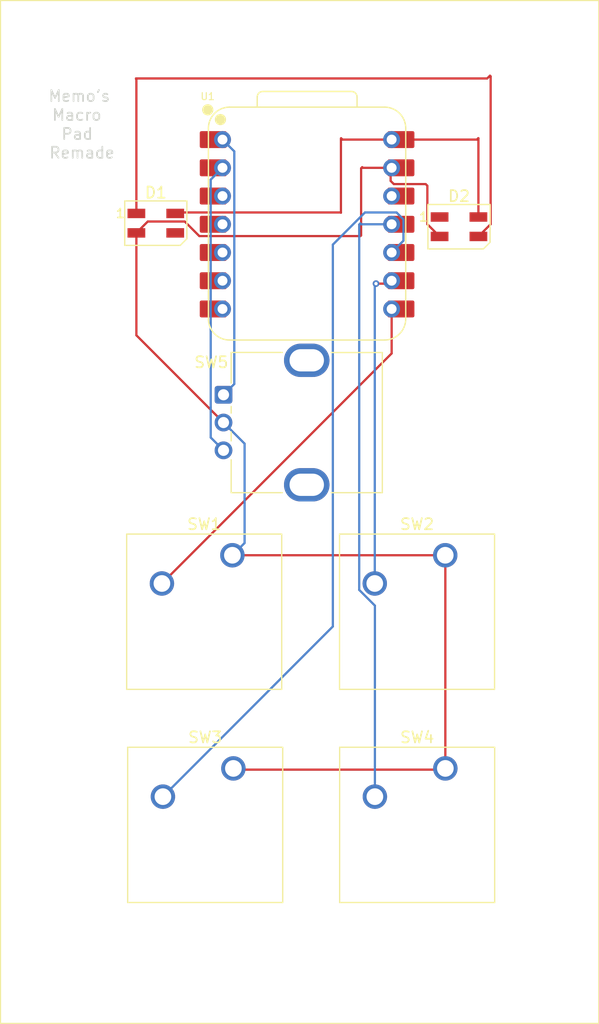
<source format=kicad_pcb>
(kicad_pcb (version 20241229) (generator "pcbnew") (generator_version "9.0")
  (layers (0 "F.Cu" signal) (2 "B.Cu" signal) (13 "F.Paste" user) (15 "B.Paste" user) (5 "F.SilkS" user "F.Silkscreen") (7 "B.SilkS" user "B.Silkscreen") (1 "F.Mask" user) (3 "B.Mask" user) (25 "Edge.Cuts" user))
  (net 0 "")
  (net 1 "GND")
  (net 2 "+5V")
  (net 3 "Net-(D1-DOUT)")
  (net 4 "Net-(D1-DIN)")
  (net 6 "Net-(U1-GPIO1{slash}RX)")
  (net 7 "Net-(U1-GPIO2{slash}SCK)")
  (net 8 "Net-(U1-GPIO4{slash}MISO)")
  (net 9 "Net-(U1-GPIO3{slash}MOSI)")
  (net 14 "Net-(U1-GPIO26{slash}ADC0{slash}A0)")
  (net 16 "Net-(U1-GPIO27{slash}ADC1{slash}A1)")
  (footprint "Rotary_Encoder:RotaryEncoder_Bourns_Vertical_PEC12R-3x17F-Nxxxx" (layer "F.Cu") (at 153.81 76.72)
    (property "Reference" "SW5" (at -1.1 -2.92 180) (layer "F.SilkS"))
    (property "Value" "RotaryEncoder")
    (fp_line (start 0.69 -3.81) (end 5.3 -3.81) (stroke (width 0.12)) (layer "F.SilkS"))
    (fp_line (start 0.69 -1.05) (end 0.69 -3.81) (stroke (width 0.12)) (layer "F.SilkS"))
    (fp_line (start 0.69 1.05) (end 0.69 1.65) (stroke (width 0.12)) (layer "F.SilkS"))
    (fp_line (start 0.69 3.35) (end 0.69 4.15) (stroke (width 0.12)) (layer "F.SilkS"))
    (fp_line (start 0.69 5.85) (end 0.69 8.81) (stroke (width 0.12)) (layer "F.SilkS"))
    (fp_line (start 5.3 8.81) (end 0.69 8.81) (stroke (width 0.12)) (layer "F.SilkS"))
    (fp_line (start 9.7 -3.8) (end 14.31 -3.8) (stroke (width 0.12)) (layer "F.SilkS"))
    (fp_line (start 14.31 -3.8) (end 14.31 8.81) (stroke (width 0.12)) (layer "F.SilkS"))
    (fp_line (start 14.31 8.81) (end 9.7 8.81) (stroke (width 0.12)) (layer "F.SilkS"))
    (pad "A" thru_hole roundrect (at 0 0) (size 1.6 1.6) (drill 1) (layers "*.Cu" "*.Mask") (roundrect_rratio 0.15625) (net 14 "Net-(U1-GPIO26{slash}ADC0{slash}A0)"))
    (pad "B" thru_hole circle (at 0 5) (size 1.6 1.6) (drill 1) (layers "*.Cu" "*.Mask") (net 16 "Net-(U1-GPIO27{slash}ADC1{slash}A1)"))
    (pad "C" thru_hole circle (at 0 2.5) (size 1.6 1.6) (drill 1) (layers "*.Cu" "*.Mask") (net 1 "GND"))
    (pad "SH" thru_hole oval (at 7.5 -3.1) (size 4.1 3) (drill oval 3.1 2) (layers "*.Cu" "*.Mask"))
    (pad "SH" thru_hole oval (at 7.5 8.1) (size 4.1 3) (drill oval 3.1 2) (layers "*.Cu" "*.Mask"))
  )
  (footprint "Button_Switch_Keyboard:SW_Cherry_MX_1.00u_PCB" (layer "F.Cu") (at 154.61 91.16)
    (property "Reference" "SW1" (at -2.54 -2.794 0) (layer "F.SilkS"))
    (property "Value" "SW_Push")
    (fp_line (start -9.525 -1.905) (end 4.445 -1.905) (stroke (width 0.12)) (layer "F.SilkS"))
    (fp_line (start -9.525 12.065) (end -9.525 -1.905) (stroke (width 0.12)) (layer "F.SilkS"))
    (fp_line (start 4.445 -1.905) (end 4.445 12.065) (stroke (width 0.12)) (layer "F.SilkS"))
    (fp_line (start 4.445 12.065) (end -9.525 12.065) (stroke (width 0.12)) (layer "F.SilkS"))
    (pad "" np_thru_hole circle (at -7.62 5.08) (size 1.7 1.7) (drill 1.7) (layers "*.Cu" "*.Mask"))
    (pad "" np_thru_hole circle (at -2.54 5.08) (size 4 4) (drill 4) (layers "*.Cu" "*.Mask"))
    (pad "" np_thru_hole circle (at 2.54 5.08) (size 1.7 1.7) (drill 1.7) (layers "*.Cu" "*.Mask"))
    (pad "1" thru_hole circle (at 0 0) (size 2.2 2.2) (drill 1.5) (layers "*.Cu" "*.Mask") (net 1 "GND"))
    (pad "2" thru_hole circle (at -6.35 2.54) (size 2.2 2.2) (drill 1.5) (layers "*.Cu" "*.Mask") (net 6 "Net-(U1-GPIO1{slash}RX)"))
  )
  (footprint "Button_Switch_Keyboard:SW_Cherry_MX_1.00u_PCB" (layer "F.Cu") (at 154.7 110.34)
    (property "Reference" "SW3" (at -2.54 -2.794 0) (layer "F.SilkS"))
    (property "Value" "SW_Push")
    (fp_line (start -9.525 -1.905) (end 4.445 -1.905) (stroke (width 0.12)) (layer "F.SilkS"))
    (fp_line (start -9.525 12.065) (end -9.525 -1.905) (stroke (width 0.12)) (layer "F.SilkS"))
    (fp_line (start 4.445 -1.905) (end 4.445 12.065) (stroke (width 0.12)) (layer "F.SilkS"))
    (fp_line (start 4.445 12.065) (end -9.525 12.065) (stroke (width 0.12)) (layer "F.SilkS"))
    (pad "" np_thru_hole circle (at -7.62 5.08) (size 1.7 1.7) (drill 1.7) (layers "*.Cu" "*.Mask"))
    (pad "" np_thru_hole circle (at -2.54 5.08) (size 4 4) (drill 4) (layers "*.Cu" "*.Mask"))
    (pad "" np_thru_hole circle (at 2.54 5.08) (size 1.7 1.7) (drill 1.7) (layers "*.Cu" "*.Mask"))
    (pad "1" thru_hole circle (at 0 0) (size 2.2 2.2) (drill 1.5) (layers "*.Cu" "*.Mask") (net 1 "GND"))
    (pad "2" thru_hole circle (at -6.35 2.54) (size 2.2 2.2) (drill 1.5) (layers "*.Cu" "*.Mask") (net 8 "Net-(U1-GPIO4{slash}MISO)"))
  )
  (footprint "LED_SMD:LED_SK6812MINI_PLCC4_3.5x3.5mm_P1.75mm" (layer "F.Cu") (at 147.71 61.28)
    (property "Reference" "D1" (at 0 -2.75 0) (layer "F.SilkS"))
    (property "Value" "SK6812MINI")
    (fp_line (start -2.8 -2) (end -2.8 2) (stroke (width 0.12)) (layer "F.SilkS"))
    (fp_line (start -2.8 -2) (end 2.8 -2) (stroke (width 0.12)) (layer "F.SilkS"))
    (fp_line (start -2.8 2) (end 2.2 2) (stroke (width 0.12)) (layer "F.SilkS"))
    (fp_line (start 2.8 1.4) (end 2.2 2) (stroke (width 0.12)) (layer "F.SilkS"))
    (fp_line (start 2.8 1.4) (end 2.8 -2) (stroke (width 0.12)) (layer "F.SilkS"))
    (fp_text user "1" (at -3.2 -0.875 0) (layer "F.SilkS") (effects (font (size 0.8 0.8))))
    (pad "1" smd rect (at -1.75 -0.875) (size 1.6 0.85) (layers "F.Cu" "F.Mask" "F.Paste") (net 3 "Net-(D1-DOUT)"))
    (pad "2" smd rect (at -1.75 0.875) (size 1.6 0.85) (layers "F.Cu" "F.Mask" "F.Paste") (net 1 "GND"))
    (pad "3" smd rect (at 1.75 0.875) (size 1.6 0.85) (layers "F.Cu" "F.Mask" "F.Paste") (net 4 "Net-(D1-DIN)"))
    (pad "4" smd rect (at 1.75 -0.875) (size 1.6 0.85) (layers "F.Cu" "F.Mask" "F.Paste") (net 2 "+5V"))
  )
  (footprint "Library:XIAO-RP2040-DIP" (layer "F.Cu") (at 161.34 61.38)
    (property "Reference" "U1" (at -8.96 -11.5 0) (layer "F.SilkS") (effects (font (size 0.635 0.635) (thickness 0.1016))))
    (property "Value" "XIAO-RP2040-DIP")
    (fp_line (start -8.89 8.509) (end -8.89 -8.636) (stroke (width 0.127)) (layer "F.SilkS"))
    (fp_line (start -6.985 10.414) (end 6.985 10.414) (stroke (width 0.127)) (layer "F.SilkS"))
    (fp_line (start -4.495 -10.541) (end -4.491272 -11.451272) (stroke (width 0.127)) (layer "F.SilkS"))
    (fp_line (start -3.991272 -11.951) (end 4.004 -11.951) (stroke (width 0.127)) (layer "F.SilkS"))
    (fp_line (start 4.504 -11.451) (end 4.504 -10.541) (stroke (width 0.127)) (layer "F.SilkS"))
    (fp_line (start 6.985 -10.541) (end -6.985 -10.541) (stroke (width 0.1)) (layer "F.SilkS"))
    (fp_line (start 6.985 -10.541) (end -6.985 -10.541) (stroke (width 0.127)) (layer "F.SilkS"))
    (fp_line (start 8.89 8.509) (end 8.89 -8.636) (stroke (width 0.127)) (layer "F.SilkS"))
    (fp_arc (start -8.89 -8.636) (mid -8.332038 -9.983038) (end -6.985 -10.541) (stroke (width 0.127)) (layer "F.SilkS"))
    (fp_arc (start -6.985 10.414) (mid -8.332038 9.856038) (end -8.89 8.509) (stroke (width 0.127)) (layer "F.SilkS"))
    (fp_arc (start -4.491272 -11.451272) (mid -4.344728 -11.80464) (end -3.991272 -11.951) (stroke (width 0.127)) (layer "F.SilkS"))
    (fp_arc (start 4.004 -11.951) (mid 4.357553 -11.804553) (end 4.504 -11.451) (stroke (width 0.127)) (layer "F.SilkS"))
    (fp_arc (start 6.985 -10.541) (mid 8.332038 -9.983038) (end 8.89 -8.636) (stroke (width 0.127)) (layer "F.SilkS"))
    (fp_arc (start 8.89 8.509) (mid 8.332038 9.856038) (end 6.985 10.414) (stroke (width 0.127)) (layer "F.SilkS"))
    (fp_circle (center -8.95 -10.3) (end -8.95 -10.554) (stroke (width 0.5)) (fill yes) (layer "F.SilkS"))
    (fp_circle (center -7.807 -9.42) (end -7.807 -9.674) (stroke (width 0.5)) (fill yes) (layer "F.SilkS"))
    (pad "1" smd roundrect (at -8.455 -7.62 180) (size 2.432 1.524) (layers "F.Cu" "F.Mask") (roundrect_rratio 0.1) (net 14 "Net-(U1-GPIO26{slash}ADC0{slash}A0)"))
    (pad "1" thru_hole circle (at -7.62 -7.62 180) (size 1.524 1.524) (drill 0.889) (layers "*.Cu" "*.Mask") (net 14 "Net-(U1-GPIO26{slash}ADC0{slash}A0)"))
    (pad "2" smd roundrect (at -8.455 -5.08 180) (size 2.432 1.524) (layers "F.Cu" "F.Mask") (roundrect_rratio 0.1) (net 16 "Net-(U1-GPIO27{slash}ADC1{slash}A1)"))
    (pad "2" thru_hole circle (at -7.62 -5.08 180) (size 1.524 1.524) (drill 0.889) (layers "*.Cu" "*.Mask") (net 16 "Net-(U1-GPIO27{slash}ADC1{slash}A1)"))
    (pad "3" smd roundrect (at -8.455 -2.54 180) (size 2.432 1.524) (layers "F.Cu" "F.Mask") (roundrect_rratio 0.1))
    (pad "3" thru_hole circle (at -7.62 -2.54 180) (size 1.524 1.524) (drill 0.889) (layers "*.Cu" "*.Mask"))
    (pad "4" smd roundrect (at -8.455 0 180) (size 2.432 1.524) (layers "F.Cu" "F.Mask") (roundrect_rratio 0.1))
    (pad "4" thru_hole circle (at -7.62 0 180) (size 1.524 1.524) (drill 0.889) (layers "*.Cu" "*.Mask"))
    (pad "5" smd roundrect (at -8.455 2.54 180) (size 2.432 1.524) (layers "F.Cu" "F.Mask") (roundrect_rratio 0.1) (net 4 "Net-(D1-DIN)"))
    (pad "5" thru_hole circle (at -7.62 2.54 180) (size 1.524 1.524) (drill 0.889) (layers "*.Cu" "*.Mask") (net 4 "Net-(D1-DIN)"))
    (pad "6" smd roundrect (at -8.455 5.08 180) (size 2.432 1.524) (layers "F.Cu" "F.Mask") (roundrect_rratio 0.1))
    (pad "6" thru_hole circle (at -7.62 5.08 180) (size 1.524 1.524) (drill 0.889) (layers "*.Cu" "*.Mask"))
    (pad "7" smd roundrect (at -8.455 7.62 180) (size 2.432 1.524) (layers "F.Cu" "F.Mask") (roundrect_rratio 0.1))
    (pad "7" thru_hole circle (at -7.62 7.62 180) (size 1.524 1.524) (drill 0.889) (layers "*.Cu" "*.Mask"))
    (pad "8" thru_hole circle (at 7.62 7.62) (size 1.524 1.524) (drill 0.889) (layers "*.Cu" "*.Mask") (net 6 "Net-(U1-GPIO1{slash}RX)"))
    (pad "8" smd roundrect (at 8.455 7.62) (size 2.432 1.524) (layers "F.Cu" "F.Mask") (roundrect_rratio 0.1) (net 6 "Net-(U1-GPIO1{slash}RX)"))
    (pad "9" thru_hole circle (at 7.62 5.08) (size 1.524 1.524) (drill 0.889) (layers "*.Cu" "*.Mask") (net 7 "Net-(U1-GPIO2{slash}SCK)"))
    (pad "9" smd roundrect (at 8.455 5.08) (size 2.432 1.524) (layers "F.Cu" "F.Mask") (roundrect_rratio 0.1) (net 7 "Net-(U1-GPIO2{slash}SCK)"))
    (pad "10" thru_hole circle (at 7.62 2.54) (size 1.524 1.524) (drill 0.889) (layers "*.Cu" "*.Mask") (net 8 "Net-(U1-GPIO4{slash}MISO)"))
    (pad "10" smd roundrect (at 8.455 2.54) (size 2.432 1.524) (layers "F.Cu" "F.Mask") (roundrect_rratio 0.1) (net 8 "Net-(U1-GPIO4{slash}MISO)"))
    (pad "11" thru_hole circle (at 7.62 0) (size 1.524 1.524) (drill 0.889) (layers "*.Cu" "*.Mask") (net 9 "Net-(U1-GPIO3{slash}MOSI)"))
    (pad "11" smd roundrect (at 8.455 0) (size 2.432 1.524) (layers "F.Cu" "F.Mask") (roundrect_rratio 0.1) (net 9 "Net-(U1-GPIO3{slash}MOSI)"))
    (pad "12" thru_hole circle (at 7.62 -2.54) (size 1.524 1.524) (drill 0.889) (layers "*.Cu" "*.Mask"))
    (pad "12" smd roundrect (at 8.455 -2.54) (size 2.432 1.524) (layers "F.Cu" "F.Mask") (roundrect_rratio 0.1))
    (pad "13" thru_hole circle (at 7.62 -5.08) (size 1.524 1.524) (drill 0.889) (layers "*.Cu" "*.Mask") (net 1 "GND"))
    (pad "13" smd roundrect (at 8.455 -5.08) (size 2.432 1.524) (layers "F.Cu" "F.Mask") (roundrect_rratio 0.1) (net 1 "GND"))
    (pad "14" thru_hole circle (at 7.62 -7.62) (size 1.524 1.524) (drill 0.889) (layers "*.Cu" "*.Mask") (net 2 "+5V"))
    (pad "14" smd roundrect (at 8.455 -7.62) (size 2.432 1.524) (layers "F.Cu" "F.Mask") (roundrect_rratio 0.1) (net 2 "+5V"))
  )
  (footprint "LED_SMD:LED_SK6812MINI_PLCC4_3.5x3.5mm_P1.75mm" (layer "F.Cu") (at 175.03 61.6)
    (property "Reference" "D2" (at 0 -2.75 0) (layer "F.SilkS"))
    (property "Value" "SK6812MINI")
    (fp_line (start -2.8 -2) (end -2.8 2) (stroke (width 0.12)) (layer "F.SilkS"))
    (fp_line (start -2.8 -2) (end 2.8 -2) (stroke (width 0.12)) (layer "F.SilkS"))
    (fp_line (start -2.8 2) (end 2.2 2) (stroke (width 0.12)) (layer "F.SilkS"))
    (fp_line (start 2.8 1.4) (end 2.2 2) (stroke (width 0.12)) (layer "F.SilkS"))
    (fp_line (start 2.8 1.4) (end 2.8 -2) (stroke (width 0.12)) (layer "F.SilkS"))
    (fp_text user "1" (at -3.2 -0.875 0) (layer "F.SilkS") (effects (font (size 0.8 0.8))))
    (pad "1" smd rect (at -1.75 -0.875) (size 1.6 0.85) (layers "F.Cu" "F.Mask" "F.Paste"))
    (pad "2" smd rect (at -1.75 0.875) (size 1.6 0.85) (layers "F.Cu" "F.Mask" "F.Paste") (net 1 "GND"))
    (pad "3" smd rect (at 1.75 0.875) (size 1.6 0.85) (layers "F.Cu" "F.Mask" "F.Paste") (net 3 "Net-(D1-DOUT)"))
    (pad "4" smd rect (at 1.75 -0.875) (size 1.6 0.85) (layers "F.Cu" "F.Mask" "F.Paste") (net 2 "+5V"))
  )
  (footprint "Button_Switch_Keyboard:SW_Cherry_MX_1.00u_PCB" (layer "F.Cu") (at 173.8 110.34)
    (property "Reference" "SW4" (at -2.54 -2.794 0) (layer "F.SilkS"))
    (property "Value" "SW_Push")
    (fp_line (start -9.525 -1.905) (end 4.445 -1.905) (stroke (width 0.12)) (layer "F.SilkS"))
    (fp_line (start -9.525 12.065) (end -9.525 -1.905) (stroke (width 0.12)) (layer "F.SilkS"))
    (fp_line (start 4.445 -1.905) (end 4.445 12.065) (stroke (width 0.12)) (layer "F.SilkS"))
    (fp_line (start 4.445 12.065) (end -9.525 12.065) (stroke (width 0.12)) (layer "F.SilkS"))
    (pad "" np_thru_hole circle (at -7.62 5.08) (size 1.7 1.7) (drill 1.7) (layers "*.Cu" "*.Mask"))
    (pad "" np_thru_hole circle (at -2.54 5.08) (size 4 4) (drill 4) (layers "*.Cu" "*.Mask"))
    (pad "" np_thru_hole circle (at 2.54 5.08) (size 1.7 1.7) (drill 1.7) (layers "*.Cu" "*.Mask"))
    (pad "1" thru_hole circle (at 0 0) (size 2.2 2.2) (drill 1.5) (layers "*.Cu" "*.Mask") (net 1 "GND"))
    (pad "2" thru_hole circle (at -6.35 2.54) (size 2.2 2.2) (drill 1.5) (layers "*.Cu" "*.Mask") (net 9 "Net-(U1-GPIO3{slash}MOSI)"))
  )
  (footprint "Button_Switch_Keyboard:SW_Cherry_MX_1.00u_PCB" (layer "F.Cu") (at 173.79 91.16)
    (property "Reference" "SW2" (at -2.54 -2.794 0) (layer "F.SilkS"))
    (property "Value" "SW_Push")
    (fp_line (start -9.525 -1.905) (end 4.445 -1.905) (stroke (width 0.12)) (layer "F.SilkS"))
    (fp_line (start -9.525 12.065) (end -9.525 -1.905) (stroke (width 0.12)) (layer "F.SilkS"))
    (fp_line (start 4.445 -1.905) (end 4.445 12.065) (stroke (width 0.12)) (layer "F.SilkS"))
    (fp_line (start 4.445 12.065) (end -9.525 12.065) (stroke (width 0.12)) (layer "F.SilkS"))
    (pad "" np_thru_hole circle (at -7.62 5.08) (size 1.7 1.7) (drill 1.7) (layers "*.Cu" "*.Mask"))
    (pad "" np_thru_hole circle (at -2.54 5.08) (size 4 4) (drill 4) (layers "*.Cu" "*.Mask"))
    (pad "" np_thru_hole circle (at 2.54 5.08) (size 1.7 1.7) (drill 1.7) (layers "*.Cu" "*.Mask"))
    (pad "1" thru_hole circle (at 0 0) (size 2.2 2.2) (drill 1.5) (layers "*.Cu" "*.Mask") (net 1 "GND"))
    (pad "2" thru_hole circle (at -6.35 2.54) (size 2.2 2.2) (drill 1.5) (layers "*.Cu" "*.Mask") (net 7 "Net-(U1-GPIO2{slash}SCK)"))
  )
  (gr_rect (start 133.72 41.25) (end 187.62 133.28) (stroke (width 0.1)) (fill no) (layer "F.SilkS"))
  (gr_text "Remade" (at 138.03 55.53 0) (layer "Edge.Cuts") (effects (font (size 1 1)) (justify left bottom)))
  (gr_text "Pad" (at 139.12 53.84 0) (layer "Edge.Cuts") (effects (font (size 1 1)) (justify left bottom)))
  (gr_text "Macro" (at 138.28 52.13 0) (layer "Edge.Cuts") (effects (font (size 1 1)) (justify left bottom)))
  (gr_text "Memo's" (at 137.96 50.43 0) (layer "Edge.Cuts") (effects (font (size 1 1)) (justify left bottom)))
  (segment (start 166.31 56.24) (end 166.37 56.3) (width 0.2) (layer "F.Cu") (net 1))
  (segment (start 172.179 57.915) (end 172.028 57.764) (width 0.2) (layer "F.Cu") (net 1))
  (segment (start 172.028 57.764) (end 169.1569 57.764) (width 0.2) (layer "F.Cu") (net 1))
  (segment (start 173.8 91.17) (end 173.79 91.16) (width 0.2) (layer "F.Cu") (net 1))
  (segment (start 173.28 62.475) (end 172.179 61.374) (width 0.2) (layer "F.Cu") (net 1))
  (segment (start 166.37 56.3) (end 168.96 56.3) (width 0.2) (layer "F.Cu") (net 1))
  (segment (start 173.74 110.4) (end 173.74 110.45) (width 0.2) (layer "F.Cu") (net 1))
  (segment (start 150.317374 61.131) (end 151.629374 62.443) (width 0.2) (layer "F.Cu") (net 1))
  (segment (start 154.61 91.16) (end 173.79 91.16) (width 0.2) (layer "F.Cu") (net 1))
  (segment (start 146.984 61.131) (end 150.317374 61.131) (width 0.2) (layer "F.Cu") (net 1))
  (segment (start 172.179 61.374) (end 172.179 57.915) (width 0.2) (layer "F.Cu") (net 1))
  (segment (start 153.81 79.22) (end 145.96 71.37) (width 0.2) (layer "F.Cu") (net 1))
  (segment (start 168.869 57.4761) (end 168.869 56.391) (width 0.2) (layer "F.Cu") (net 1))
  (segment (start 173.8 110.34) (end 173.8 91.17) (width 0.2) (layer "F.Cu") (net 1))
  (segment (start 154.81 110.45) (end 154.7 110.34) (width 0.2) (layer "F.Cu") (net 1))
  (segment (start 166.21 62.38) (end 166.21 56.34) (width 0.2) (layer "F.Cu") (net 1))
  (segment (start 145.96 71.37) (end 145.96 62.155) (width 0.2) (layer "F.Cu") (net 1))
  (segment (start 169.1569 57.764) (end 168.869 57.4761) (width 0.2) (layer "F.Cu") (net 1))
  (segment (start 166.147 62.443) (end 166.21 62.38) (width 0.2) (layer "F.Cu") (net 1))
  (segment (start 173.74 110.45) (end 154.81 110.45) (width 0.2) (layer "F.Cu") (net 1))
  (segment (start 151.629374 62.443) (end 166.147 62.443) (width 0.2) (layer "F.Cu") (net 1))
  (segment (start 173.8 110.34) (end 173.74 110.4) (width 0.2) (layer "F.Cu") (net 1))
  (segment (start 168.869 56.391) (end 168.96 56.3) (width 0.2) (layer "F.Cu") (net 1))
  (segment (start 166.21 56.34) (end 166.31 56.24) (width 0.2) (layer "F.Cu") (net 1))
  (segment (start 145.96 62.155) (end 146.984 61.131) (width 0.2) (layer "F.Cu") (net 1))
  (segment (start 154.61 91.16) (end 155.709999 90.060001) (width 0.2) (layer "B.Cu") (net 1))
  (segment (start 155.709999 90.060001) (end 155.709999 81.119999) (width 0.2) (layer "B.Cu") (net 1))
  (segment (start 155.709999 81.119999) (end 153.81 79.22) (width 0.2) (layer "B.Cu") (net 1))
  (segment (start 176.78 53.64) (end 176.77 53.63) (width 0.2) (layer "F.Cu") (net 2))
  (segment (start 149.46 60.405) (end 149.548 60.317) (width 0.2) (layer "F.Cu") (net 2))
  (segment (start 176.77 53.63) (end 176.64 53.76) (width 0.2) (layer "F.Cu") (net 2))
  (segment (start 164.41 53.64) (end 164.53 53.76) (width 0.2) (layer "F.Cu") (net 2))
  (segment (start 176.78 60.725) (end 176.78 53.64) (width 0.2) (layer "F.Cu") (net 2))
  (segment (start 164.39 53.66) (end 164.41 53.64) (width 0.2) (layer "F.Cu") (net 2))
  (segment (start 149.548 60.317) (end 164.367 60.317) (width 0.2) (layer "F.Cu") (net 2))
  (segment (start 164.53 53.76) (end 168.96 53.76) (width 0.2) (layer "F.Cu") (net 2))
  (segment (start 164.367 60.317) (end 164.39 60.34) (width 0.2) (layer "F.Cu") (net 2))
  (segment (start 164.39 60.34) (end 164.39 53.66) (width 0.2) (layer "F.Cu") (net 2))
  (segment (start 176.64 53.76) (end 168.96 53.76) (width 0.2) (layer "F.Cu") (net 2))
  (segment (start 145.96 48.33) (end 145.96 60.405) (width 0.2) (layer "F.Cu") (net 3))
  (segment (start 145.92 48.26) (end 145.92 48.29) (width 0.2) (layer "F.Cu") (net 3))
  (segment (start 177.881 48.071) (end 177.82 48.01) (width 0.2) (layer "F.Cu") (net 3))
  (segment (start 177.881 61.374) (end 177.881 48.071) (width 0.2) (layer "F.Cu") (net 3))
  (segment (start 176.78 62.475) (end 177.881 61.374) (width 0.2) (layer "F.Cu") (net 3))
  (segment (start 177.82 48.01) (end 177.57 48.26) (width 0.2) (layer "F.Cu") (net 3))
  (segment (start 177.57 48.26) (end 145.92 48.26) (width 0.2) (layer "F.Cu") (net 3))
  (segment (start 145.92 48.29) (end 145.96 48.33) (width 0.2) (layer "F.Cu") (net 3))
  (segment (start 168.96 73) (end 168.96 69) (width 0.2) (layer "F.Cu") (net 6))
  (segment (start 148.26 93.7) (end 168.96 73) (width 0.2) (layer "F.Cu") (net 6))
  (segment (start 167.55 66.72) (end 168.7 66.72) (width 0.2) (layer "F.Cu") (net 7))
  (segment (start 168.7 66.72) (end 168.96 66.46) (width 0.2) (layer "F.Cu") (net 7))
  (via (at 167.55 66.72) (size 0.6) (drill 0.3) (layers "F.Cu" "B.Cu") (net 7))
  (segment (start 167.44 66.83) (end 167.55 66.72) (width 0.2) (layer "B.Cu") (net 7))
  (segment (start 167.44 93.7) (end 167.44 66.83) (width 0.2) (layer "B.Cu") (net 7))
  (segment (start 163.661 97.569) (end 163.661 63.2119) (width 0.2) (layer "B.Cu") (net 8))
  (segment (start 166.5559 60.317) (end 169.40031 60.317) (width 0.2) (layer "B.Cu") (net 8))
  (segment (start 163.661 63.2119) (end 166.5559 60.317) (width 0.2) (layer "B.Cu") (net 8))
  (segment (start 169.40031 60.317) (end 170.023 60.93969) (width 0.2) (layer "B.Cu") (net 8))
  (segment (start 148.35 112.88) (end 163.661 97.569) (width 0.2) (layer "B.Cu") (net 8))
  (segment (start 170.023 60.93969) (end 170.023 62.857) (width 0.2) (layer "B.Cu") (net 8))
  (segment (start 170.023 62.857) (end 168.96 63.92) (width 0.2) (layer "B.Cu") (net 8))
  (segment (start 166.22 61.38) (end 168.96 61.38) (width 0.2) (layer "B.Cu") (net 9))
  (segment (start 167.45 95.691314) (end 166.039 94.280314) (width 0.2) (layer "B.Cu") (net 9))
  (segment (start 167.45 112.88) (end 167.45 95.691314) (width 0.2) (layer "B.Cu") (net 9))
  (segment (start 166.14 61.3) (end 166.22 61.38) (width 0.2) (layer "B.Cu") (net 9))
  (segment (start 166.039 94.280314) (end 166.039 61.401) (width 0.2) (layer "B.Cu") (net 9))
  (segment (start 166.039 61.401) (end 166.14 61.3) (width 0.2) (layer "B.Cu") (net 9))
  (segment (start 154.783 75.747) (end 154.783 54.823) (width 0.2) (layer "B.Cu") (net 14))
  (segment (start 154.783 54.823) (end 153.72 53.76) (width 0.2) (layer "B.Cu") (net 14))
  (segment (start 153.81 76.72) (end 154.783 75.747) (width 0.2) (layer "B.Cu") (net 14))
  (segment (start 152.657 80.567) (end 152.657 57.363) (width 0.2) (layer "B.Cu") (net 16))
  (segment (start 152.657 57.363) (end 153.72 56.3) (width 0.2) (layer "B.Cu") (net 16))
  (segment (start 153.81 81.72) (end 152.657 80.567) (width 0.2) (layer "B.Cu") (net 16))
)
</source>
